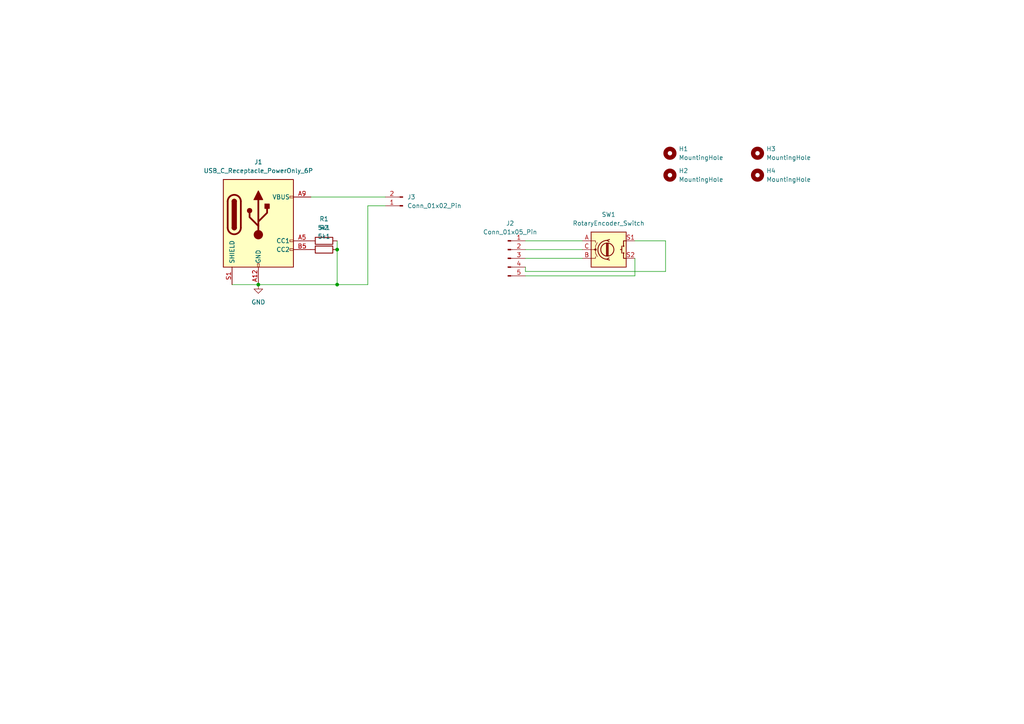
<source format=kicad_sch>
(kicad_sch (version 20250114) (generator "eeschema") (generator_version "9.0")
  (paper "A4")
  (lib_symbols
    (symbol "Connector:Conn_01x02_Pin" (pin_names (offset 1.016) (hide yes))
      (property "Reference" "J" (at 0 2.54 0))
      (property "Value" "Conn_01x02_Pin" (at 0 -5.08 0))
      (symbol "Conn_01x02_Pin_1_1"
        (rectangle (start 0.8636 0.127) (end 0 -0.127) (stroke (width 0.1524)) (fill (type outline)))
        (rectangle (start 0.8636 -2.413) (end 0 -2.667) (stroke (width 0.1524)) (fill (type outline)))
        (polyline (pts (xy 1.27 0) (xy 0.8636 0)) (stroke (width 0.1524)))
        (polyline (pts (xy 1.27 -2.54) (xy 0.8636 -2.54)) (stroke (width 0.1524)))
        (pin passive line (at 5.08 0 180) (length 3.81) (name "Pin_1") (number "1"))
        (pin passive line (at 5.08 -2.54 180) (length 3.81) (name "Pin_2") (number "2"))
      )
    )
    (symbol "Connector:Conn_01x05_Pin" (pin_names (offset 1.016) (hide yes))
      (property "Reference" "J" (at 0 7.62 0))
      (property "Value" "Conn_01x05_Pin" (at 0 -7.62 0))
      (symbol "Conn_01x05_Pin_1_1"
        (rectangle (start 0.8636 5.207) (end 0 4.953) (stroke (width 0.1524)) (fill (type outline)))
        (rectangle (start 0.8636 2.667) (end 0 2.413) (stroke (width 0.1524)) (fill (type outline)))
        (rectangle (start 0.8636 0.127) (end 0 -0.127) (stroke (width 0.1524)) (fill (type outline)))
        (rectangle (start 0.8636 -2.413) (end 0 -2.667) (stroke (width 0.1524)) (fill (type outline)))
        (rectangle (start 0.8636 -4.953) (end 0 -5.207) (stroke (width 0.1524)) (fill (type outline)))
        (polyline (pts (xy 1.27 5.08) (xy 0.8636 5.08)) (stroke (width 0.1524)))
        (polyline (pts (xy 1.27 2.54) (xy 0.8636 2.54)) (stroke (width 0.1524)))
        (polyline (pts (xy 1.27 0) (xy 0.8636 0)) (stroke (width 0.1524)))
        (polyline (pts (xy 1.27 -2.54) (xy 0.8636 -2.54)) (stroke (width 0.1524)))
        (polyline (pts (xy 1.27 -5.08) (xy 0.8636 -5.08)) (stroke (width 0.1524)))
        (pin passive line (at 5.08 5.08 180) (length 3.81) (name "Pin_1") (number "1"))
        (pin passive line (at 5.08 2.54 180) (length 3.81) (name "Pin_2") (number "2"))
        (pin passive line (at 5.08 0 180) (length 3.81) (name "Pin_3") (number "3"))
        (pin passive line (at 5.08 -2.54 180) (length 3.81) (name "Pin_4") (number "4"))
        (pin passive line (at 5.08 -5.08 180) (length 3.81) (name "Pin_5") (number "5"))
      )
    )
    (symbol "Connector:USB_C_Receptacle_PowerOnly_6P" (pin_names (offset 1.016))
      (property "Reference" "J" (at 0 16.51 0))
      (property "Value" "USB_C_Receptacle_PowerOnly_6P" (at 0 13.97 0))
      (symbol "USB_C_Receptacle_PowerOnly_6P_0_0"
        (rectangle (start -0.254 -12.7) (end 0.254 -11.684))
        (rectangle (start 10.16 7.874) (end 9.144 7.366))
        (rectangle (start 10.16 -4.826) (end 9.144 -5.334))
        (rectangle (start 10.16 -7.366) (end 9.144 -7.874))
      )
      (symbol "USB_C_Receptacle_PowerOnly_6P_0_1"
        (rectangle (start -10.16 12.7) (end 10.16 -12.7) (stroke (width 0.254)) (fill (type background)))
        (polyline (pts (xy -8.89 -1.27) (xy -8.89 6.35)) (stroke (width 0.508)))
        (rectangle (start -7.62 -1.27) (end -6.35 6.35) (stroke (width 0.254)) (fill (type outline)))
        (arc (start -7.62 6.35) (mid -6.985 6.9823) (end -6.35 6.35) (stroke (width 0.254)))
        (arc (start -7.62 6.35) (mid -6.985 6.9823) (end -6.35 6.35) (stroke (width 0.254)) (fill (type outline)))
        (arc (start -8.89 6.35) (mid -6.985 8.2467) (end -5.08 6.35) (stroke (width 0.508)))
        (arc (start -5.08 -1.27) (mid -6.985 -3.1667) (end -8.89 -1.27) (stroke (width 0.508)))
        (arc (start -6.35 -1.27) (mid -6.985 -1.9023) (end -7.62 -1.27) (stroke (width 0.254)))
        (arc (start -6.35 -1.27) (mid -6.985 -1.9023) (end -7.62 -1.27) (stroke (width 0.254)) (fill (type outline)))
        (polyline (pts (xy -5.08 6.35) (xy -5.08 -1.27)) (stroke (width 0.508)))
        (circle (center -2.54 3.683) (radius 0.635) (stroke (width 0.254)) (fill (type outline)))
        (polyline (pts (xy -1.27 6.858) (xy 0 9.398) (xy 1.27 6.858) (xy -1.27 6.858)) (stroke (width 0.254)) (fill (type outline)))
        (polyline (pts (xy 0 0.508) (xy 2.54 3.048) (xy 2.54 4.318)) (stroke (width 0.508)))
        (polyline (pts (xy 0 -0.762) (xy -2.54 1.778) (xy -2.54 3.048)) (stroke (width 0.508)))
        (polyline (pts (xy 0 -3.302) (xy 0 6.858)) (stroke (width 0.508)))
        (circle (center 0 -3.302) (radius 1.27) (fill (type outline)))
        (rectangle (start 1.905 4.318) (end 3.175 5.588) (stroke (width 0.254)) (fill (type outline)))
      )
      (symbol "USB_C_Receptacle_PowerOnly_6P_1_1"
        (pin passive line (at -7.62 -17.78 90) (length 5.08) (name "SHIELD") (number "S1"))
        (pin passive line (at 0 -17.78 90) (length 5.08) (name "GND") (number "A12"))
        (pin passive line (at 0 -17.78 90) (length 5.08) (hide yes) (name "GND") (number "B12"))
        (pin passive line (at 15.24 7.62 180) (length 5.08) (name "VBUS") (number "A9"))
        (pin passive line (at 15.24 7.62 180) (length 5.08) (hide yes) (name "VBUS") (number "B9"))
        (pin bidirectional line (at 15.24 -5.08 180) (length 5.08) (name "CC1") (number "A5"))
        (pin bidirectional line (at 15.24 -7.62 180) (length 5.08) (name "CC2") (number "B5"))
      )
    )
    (symbol "Device:R" (pin_numbers (hide yes)) (pin_names (offset 0))
      (property "Reference" "R" (at 2.032 0 90))
      (property "Value" "R" (at 0 0 90))
      (symbol "R_0_1"
        (rectangle (start -1.016 -2.54) (end 1.016 2.54) (stroke (width 0.254)))
      )
      (symbol "R_1_1"
        (pin passive line (at 0 3.81 270) (length 1.27) (name "~") (number "1"))
        (pin passive line (at 0 -3.81 90) (length 1.27) (name "~") (number "2"))
      )
    )
    (symbol "Device:RotaryEncoder_Switch" (pin_names (offset 0.254) (hide yes))
      (property "Reference" "SW" (at 0 6.604 0))
      (property "Value" "RotaryEncoder_Switch" (at 0 -6.604 0))
      (symbol "RotaryEncoder_Switch_0_1"
        (rectangle (start -5.08 5.08) (end 5.08 -5.08) (stroke (width 0.254)) (fill (type background)))
        (polyline (pts (xy -5.08 2.54) (xy -3.81 2.54) (xy -3.81 2.032)))
        (polyline (pts (xy -5.08 0) (xy -3.81 0) (xy -3.81 -1.016) (xy -3.302 -2.032)))
        (polyline (pts (xy -5.08 -2.54) (xy -3.81 -2.54) (xy -3.81 -2.032)))
        (polyline (pts (xy -4.318 0) (xy -3.81 0) (xy -3.81 1.016) (xy -3.302 2.032)))
        (circle (center -3.81 0) (radius 0.254) (fill (type outline)))
        (polyline (pts (xy -0.635 -1.778) (xy -0.635 1.778)) (stroke (width 0.254)))
        (circle (center -0.381 0) (radius 1.905) (stroke (width 0.254)))
        (polyline (pts (xy -0.381 -1.778) (xy -0.381 1.778)) (stroke (width 0.254)))
        (arc (start -0.381 -2.794) (mid -3.0988 -0.0635) (end -0.381 2.667) (stroke (width 0.254)))
        (polyline (pts (xy -0.127 1.778) (xy -0.127 -1.778)) (stroke (width 0.254)))
        (polyline (pts (xy 0.254 2.921) (xy -0.508 2.667) (xy 0.127 2.286)) (stroke (width 0.254)))
        (polyline (pts (xy 0.254 -3.048) (xy -0.508 -2.794) (xy 0.127 -2.413)) (stroke (width 0.254)))
        (polyline (pts (xy 3.81 1.016) (xy 3.81 -1.016)) (stroke (width 0.254)))
        (polyline (pts (xy 3.81 0) (xy 3.429 0)) (stroke (width 0.254)))
        (circle (center 4.318 1.016) (radius 0.127) (stroke (width 0.254)))
        (circle (center 4.318 -1.016) (radius 0.127) (stroke (width 0.254)))
        (polyline (pts (xy 5.08 2.54) (xy 4.318 2.54) (xy 4.318 1.016)) (stroke (width 0.254)))
        (polyline (pts (xy 5.08 -2.54) (xy 4.318 -2.54) (xy 4.318 -1.016)) (stroke (width 0.254)))
      )
      (symbol "RotaryEncoder_Switch_1_1"
        (pin passive line (at -7.62 2.54 0) (length 2.54) (name "A") (number "A"))
        (pin passive line (at -7.62 0 0) (length 2.54) (name "C") (number "C"))
        (pin passive line (at -7.62 -2.54 0) (length 2.54) (name "B") (number "B"))
        (pin passive line (at 7.62 2.54 180) (length 2.54) (name "S1") (number "S1"))
        (pin passive line (at 7.62 -2.54 180) (length 2.54) (name "S2") (number "S2"))
      )
    )
    (symbol "Mechanical:MountingHole" (pin_names (offset 1.016)) (in_bom no)
      (property "Reference" "H" (at 0 5.08 0))
      (property "Value" "MountingHole" (at 0 3.175 0))
      (symbol "MountingHole_0_1"
        (circle (center 0 0) (radius 1.27) (stroke (width 1.27)))
      )
    )
    (symbol "power:GND" (power) (pin_numbers (hide yes)) (pin_names (offset 0) (hide yes))
      (property "Value" "GND" (at 0 -3.81 0))
      (symbol "GND_0_1"
        (polyline (pts (xy 0 0) (xy 0 -1.27) (xy 1.27 -1.27) (xy 0 -2.54) (xy -1.27 -1.27) (xy 0 -1.27)))
      )
      (symbol "GND_1_1"
        (pin power_in line (at 0 0 270) (length 0) (name "~") (number "1"))
      )
    )
  )
  (junction (at 97.79 82.55))
  (junction (at 74.93 82.55))
  (junction (at 97.79 72.39))
  (wire (pts (xy 193.04 69.85) (xy 193.04 78.74)))
  (wire (pts (xy 152.4 78.74) (xy 193.04 78.74)))
  (wire (pts (xy 106.68 82.55) (xy 106.68 59.69)))
  (wire (pts (xy 184.15 69.85) (xy 193.04 69.85)))
  (wire (pts (xy 74.93 82.55) (xy 97.79 82.55)))
  (wire (pts (xy 152.4 78.74) (xy 152.4 77.47)))
  (wire (pts (xy 97.79 72.39) (xy 97.79 82.55)))
  (wire (pts (xy 152.4 74.93) (xy 168.91 74.93)))
  (wire (pts (xy 97.79 69.85) (xy 97.79 72.39)))
  (wire (pts (xy 106.68 59.69) (xy 111.76 59.69)))
  (wire (pts (xy 67.31 82.55) (xy 74.93 82.55)))
  (wire (pts (xy 97.79 82.55) (xy 106.68 82.55)))
  (wire (pts (xy 152.4 72.39) (xy 168.91 72.39)))
  (wire (pts (xy 152.4 69.85) (xy 168.91 69.85)))
  (wire (pts (xy 184.15 80.01) (xy 152.4 80.01)))
  (wire (pts (xy 90.17 57.15) (xy 111.76 57.15)))
  (wire (pts (xy 184.15 74.93) (xy 184.15 80.01)))
  (symbol (lib_id "Connector:USB_C_Receptacle_PowerOnly_6P") (at 74.93 64.77 0) (unit 1)
    (property "Reference" "J1" (at 74.93 46.99 0))
    (property "Value" "USB_C_Receptacle_PowerOnly_6P" (at 74.93 49.53 0))
    (property "Footprint" "Connector_USB:USB_C_Receptacle_GCT_USB4085" (effects (hide yes)))
    (property "Datasheet" "https://www.usb.org/sites/default/files/documents/usb_type-c.zip" (effects (hide yes)))
    (property "Description" "USB Power-Only 6P Type-C Receptacle connector" (effects (hide yes)))
  )
  (symbol (lib_id "power:GND") (at 74.93 82.55 0) (unit 1)
    (property "Reference" "#PWR01" (effects (hide yes)))
    (property "Value" "GND" (at 74.93 87.63 0))
    (property "Description" "Power symbol creates a global label with name \"GND\" , ground" (effects (hide yes)))
  )
  (symbol (lib_id "Device:R") (at 93.98 69.85 270) (unit 1)
    (property "Reference" "R1" (at 93.98 63.5 90))
    (property "Value" "5k1" (at 93.98 66.04 90))
    (property "Footprint" "Resistor_SMD:R_0805_2012Metric" (effects (hide yes)))
    (property "Description" "Resistor" (effects (hide yes)))
  )
  (symbol (lib_id "Mechanical:MountingHole") (at 194.31 44.45 0) (unit 1) (in_bom no)
    (property "Reference" "H1" (at 196.85 43.1799 0) (effects (justify left)))
    (property "Value" "MountingHole" (at 196.85 45.7199 0) (effects (justify left)))
    (property "Footprint" "MountingHole:MountingHole_2.5mm" (effects (hide yes)))
    (property "Description" "Mounting Hole without connection" (effects (hide yes)))
  )
  (symbol (lib_id "Device:RotaryEncoder_Switch") (at 176.53 72.39 0) (unit 1)
    (property "Reference" "SW1" (at 176.53 62.23 0))
    (property "Value" "RotaryEncoder_Switch" (at 176.53 64.77 0))
    (property "Footprint" "Rotary_Encoder:RotaryEncoder_Bourns_Vertical_PEC12R-3x17F-Sxxxx" (effects (hide yes)))
    (property "Description" "Rotary encoder, dual channel, incremental quadrate outputs, with switch" (effects (hide yes)))
  )
  (symbol (lib_id "Mechanical:MountingHole") (at 219.71 44.45 0) (unit 1) (in_bom no)
    (property "Reference" "H3" (at 222.25 43.1799 0) (effects (justify left)))
    (property "Value" "MountingHole" (at 222.25 45.7199 0) (effects (justify left)))
    (property "Footprint" "MountingHole:MountingHole_2.5mm" (effects (hide yes)))
    (property "Description" "Mounting Hole without connection" (effects (hide yes)))
  )
  (symbol (lib_id "Connector:Conn_01x05_Pin") (at 147.32 74.93 0) (unit 1)
    (property "Reference" "J2" (at 147.955 64.77 0))
    (property "Value" "Conn_01x05_Pin" (at 147.955 67.31 0))
    (property "Footprint" "Connector_PinHeader_2.54mm:PinHeader_1x05_P2.54mm_Vertical" (effects (hide yes)))
    (property "Description" "Generic connector, single row, 01x05, script generated" (effects (hide yes)))
  )
  (symbol (lib_id "Connector:Conn_01x02_Pin") (at 116.84 59.69 180) (unit 1)
    (property "Reference" "J3" (at 118.11 57.1499 0) (effects (justify right)))
    (property "Value" "Conn_01x02_Pin" (at 118.11 59.6899 0) (effects (justify right)))
    (property "Footprint" "Connector_PinHeader_2.54mm:PinHeader_1x02_P2.54mm_Vertical" (effects (hide yes)))
    (property "Description" "Generic connector, single row, 01x02, script generated" (effects (hide yes)))
  )
  (symbol (lib_id "Device:R") (at 93.98 72.39 270) (unit 1)
    (property "Reference" "R2" (at 93.98 66.04 90))
    (property "Value" "5k1" (at 93.98 68.58 90))
    (property "Footprint" "Resistor_SMD:R_0805_2012Metric" (effects (hide yes)))
    (property "Description" "Resistor" (effects (hide yes)))
  )
  (symbol (lib_id "Mechanical:MountingHole") (at 219.71 50.8 0) (unit 1) (in_bom no)
    (property "Reference" "H4" (at 222.25 49.5299 0) (effects (justify left)))
    (property "Value" "MountingHole" (at 222.25 52.0699 0) (effects (justify left)))
    (property "Footprint" "MountingHole:MountingHole_2.5mm" (effects (hide yes)))
    (property "Description" "Mounting Hole without connection" (effects (hide yes)))
  )
  (symbol (lib_id "Mechanical:MountingHole") (at 194.31 50.8 0) (unit 1) (in_bom no)
    (property "Reference" "H2" (at 196.85 49.5299 0) (effects (justify left)))
    (property "Value" "MountingHole" (at 196.85 52.0699 0) (effects (justify left)))
    (property "Footprint" "MountingHole:MountingHole_2.5mm" (effects (hide yes)))
    (property "Description" "Mounting Hole without connection" (effects (hide yes)))
  )
)
</source>
